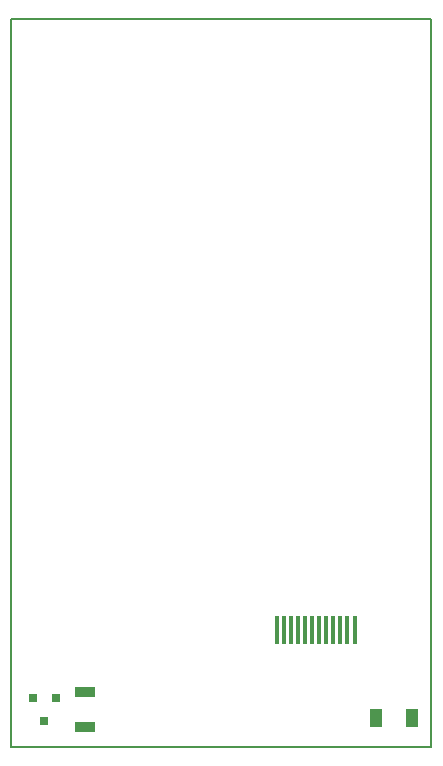
<source format=gtp>
G04 #@! TF.FileFunction,Paste,Top*
%FSLAX46Y46*%
G04 Gerber Fmt 4.6, Leading zero omitted, Abs format (unit mm)*
G04 Created by KiCad (PCBNEW 4.0.7) date Wed Nov 28 14:25:24 2018*
%MOMM*%
%LPD*%
G01*
G04 APERTURE LIST*
%ADD10C,0.100000*%
%ADD11C,0.150000*%
%ADD12R,1.000000X1.600000*%
%ADD13R,0.319989X2.399995*%
%ADD14R,0.800100X0.800100*%
%ADD15R,1.700000X0.900000*%
G04 APERTURE END LIST*
D10*
D11*
X90170000Y-64770000D02*
X90170000Y-126365000D01*
X54610000Y-64770000D02*
X90170000Y-64770000D01*
X54610000Y-126365000D02*
X54610000Y-64770000D01*
X90170000Y-126365000D02*
X54610000Y-126365000D01*
D12*
X85495000Y-123952000D03*
X88495000Y-123952000D03*
D13*
X83659600Y-116433600D03*
X83059600Y-116433600D03*
X82459600Y-116433600D03*
X81859600Y-116433600D03*
X81259600Y-116433600D03*
X80659600Y-116433600D03*
X80059600Y-116433600D03*
X79459600Y-116433600D03*
X78859600Y-116433600D03*
X78259600Y-116433600D03*
X77659600Y-116433600D03*
X77059600Y-116433600D03*
D14*
X58354000Y-122189240D03*
X56454000Y-122189240D03*
X57404000Y-124188220D03*
D15*
X60833000Y-121740000D03*
X60833000Y-124640000D03*
M02*

</source>
